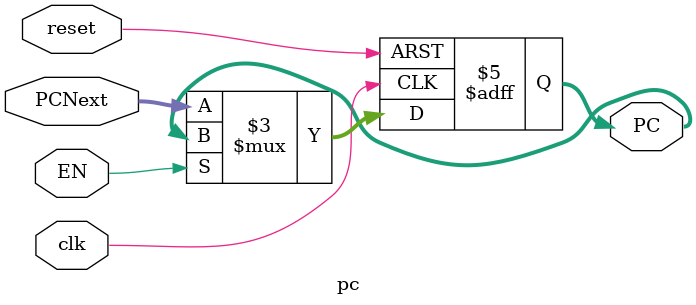
<source format=v>
module pc (
    input clk, reset, EN,
    input [31:0] PCNext,
    output reg [31:0] PC
);

always @(posedge clk or posedge reset) begin
    if (reset)
        PC <= 32'b0;
    else if(~EN)
        PC <= PCNext;
end

endmodule
</source>
